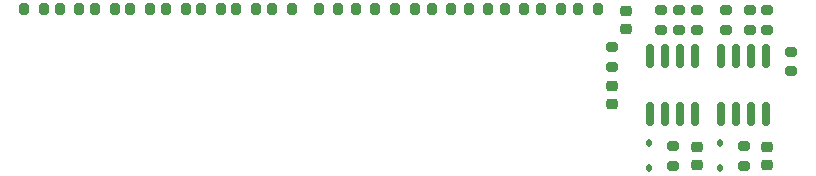
<source format=gtp>
G04 #@! TF.GenerationSoftware,KiCad,Pcbnew,7.0.1*
G04 #@! TF.CreationDate,2023-03-18T02:09:20+02:00*
G04 #@! TF.ProjectId,connector-pcb,636f6e6e-6563-4746-9f72-2d7063622e6b,rev?*
G04 #@! TF.SameCoordinates,Original*
G04 #@! TF.FileFunction,Paste,Top*
G04 #@! TF.FilePolarity,Positive*
%FSLAX46Y46*%
G04 Gerber Fmt 4.6, Leading zero omitted, Abs format (unit mm)*
G04 Created by KiCad (PCBNEW 7.0.1) date 2023-03-18 02:09:20*
%MOMM*%
%LPD*%
G01*
G04 APERTURE LIST*
G04 Aperture macros list*
%AMRoundRect*
0 Rectangle with rounded corners*
0 $1 Rounding radius*
0 $2 $3 $4 $5 $6 $7 $8 $9 X,Y pos of 4 corners*
0 Add a 4 corners polygon primitive as box body*
4,1,4,$2,$3,$4,$5,$6,$7,$8,$9,$2,$3,0*
0 Add four circle primitives for the rounded corners*
1,1,$1+$1,$2,$3*
1,1,$1+$1,$4,$5*
1,1,$1+$1,$6,$7*
1,1,$1+$1,$8,$9*
0 Add four rect primitives between the rounded corners*
20,1,$1+$1,$2,$3,$4,$5,0*
20,1,$1+$1,$4,$5,$6,$7,0*
20,1,$1+$1,$6,$7,$8,$9,0*
20,1,$1+$1,$8,$9,$2,$3,0*%
G04 Aperture macros list end*
%ADD10RoundRect,0.112500X-0.112500X0.187500X-0.112500X-0.187500X0.112500X-0.187500X0.112500X0.187500X0*%
%ADD11RoundRect,0.200000X-0.200000X-0.275000X0.200000X-0.275000X0.200000X0.275000X-0.200000X0.275000X0*%
%ADD12RoundRect,0.218750X0.256250X-0.218750X0.256250X0.218750X-0.256250X0.218750X-0.256250X-0.218750X0*%
%ADD13RoundRect,0.218750X-0.256250X0.218750X-0.256250X-0.218750X0.256250X-0.218750X0.256250X0.218750X0*%
%ADD14RoundRect,0.200000X0.275000X-0.200000X0.275000X0.200000X-0.275000X0.200000X-0.275000X-0.200000X0*%
%ADD15RoundRect,0.200000X-0.275000X0.200000X-0.275000X-0.200000X0.275000X-0.200000X0.275000X0.200000X0*%
%ADD16RoundRect,0.225000X-0.250000X0.225000X-0.250000X-0.225000X0.250000X-0.225000X0.250000X0.225000X0*%
%ADD17RoundRect,0.200000X0.200000X0.275000X-0.200000X0.275000X-0.200000X-0.275000X0.200000X-0.275000X0*%
%ADD18RoundRect,0.150000X-0.150000X0.825000X-0.150000X-0.825000X0.150000X-0.825000X0.150000X0.825000X0*%
G04 APERTURE END LIST*
D10*
G04 #@! TO.C,D2*
X121000000Y-66950000D03*
X121000000Y-69050000D03*
G04 #@! TD*
D11*
G04 #@! TO.C,R13*
X80100000Y-55600000D03*
X81750000Y-55600000D03*
G04 #@! TD*
D12*
G04 #@! TO.C,D3*
X117850000Y-63625000D03*
X117850000Y-62050000D03*
G04 #@! TD*
D13*
G04 #@! TO.C,F1*
X119000000Y-55712500D03*
X119000000Y-57287500D03*
G04 #@! TD*
D14*
G04 #@! TO.C,R8*
X123000000Y-68825000D03*
X123000000Y-67175000D03*
G04 #@! TD*
D15*
G04 #@! TO.C,R10*
X117850000Y-58800000D03*
X117850000Y-60450000D03*
G04 #@! TD*
D14*
G04 #@! TO.C,R6*
X123500000Y-57325000D03*
X123500000Y-55675000D03*
G04 #@! TD*
D11*
G04 #@! TO.C,R14*
X83075000Y-55600000D03*
X84725000Y-55600000D03*
G04 #@! TD*
D16*
G04 #@! TO.C,C2*
X125000000Y-67225000D03*
X125000000Y-68775000D03*
G04 #@! TD*
D17*
G04 #@! TO.C,R23*
X101125000Y-55600000D03*
X99475000Y-55600000D03*
G04 #@! TD*
D11*
G04 #@! TO.C,R26*
X114975000Y-55600000D03*
X116625000Y-55600000D03*
G04 #@! TD*
D15*
G04 #@! TO.C,R5*
X122000000Y-55675000D03*
X122000000Y-57325000D03*
G04 #@! TD*
D11*
G04 #@! TO.C,R16*
X96150000Y-55600000D03*
X97800000Y-55600000D03*
G04 #@! TD*
G04 #@! TO.C,R20*
X77075000Y-55600000D03*
X78725000Y-55600000D03*
G04 #@! TD*
G04 #@! TO.C,R11*
X68075000Y-55600000D03*
X69725000Y-55600000D03*
G04 #@! TD*
G04 #@! TO.C,R18*
X108775000Y-55600000D03*
X110425000Y-55600000D03*
G04 #@! TD*
D14*
G04 #@! TO.C,R4*
X129000000Y-68825000D03*
X129000000Y-67175000D03*
G04 #@! TD*
D11*
G04 #@! TO.C,R25*
X111875000Y-55600000D03*
X113525000Y-55600000D03*
G04 #@! TD*
D14*
G04 #@! TO.C,R1*
X129500000Y-57325000D03*
X129500000Y-55675000D03*
G04 #@! TD*
D11*
G04 #@! TO.C,R12*
X71075000Y-55600000D03*
X72725000Y-55600000D03*
G04 #@! TD*
G04 #@! TO.C,R17*
X105700000Y-55600000D03*
X107350000Y-55600000D03*
G04 #@! TD*
G04 #@! TO.C,R19*
X74075000Y-55600000D03*
X75725000Y-55600000D03*
G04 #@! TD*
D15*
G04 #@! TO.C,R7*
X125000000Y-55675000D03*
X125000000Y-57325000D03*
G04 #@! TD*
D11*
G04 #@! TO.C,R15*
X93000000Y-55600000D03*
X94650000Y-55600000D03*
G04 #@! TD*
G04 #@! TO.C,R21*
X86050000Y-55600000D03*
X87700000Y-55600000D03*
G04 #@! TD*
D18*
G04 #@! TO.C,U1*
X130905000Y-59525000D03*
X129635000Y-59525000D03*
X128365000Y-59525000D03*
X127095000Y-59525000D03*
X127095000Y-64475000D03*
X128365000Y-64475000D03*
X129635000Y-64475000D03*
X130905000Y-64475000D03*
G04 #@! TD*
D14*
G04 #@! TO.C,R9*
X133000000Y-60825000D03*
X133000000Y-59175000D03*
G04 #@! TD*
D10*
G04 #@! TO.C,D1*
X127000000Y-66950000D03*
X127000000Y-69050000D03*
G04 #@! TD*
D18*
G04 #@! TO.C,U2*
X124905000Y-59525000D03*
X123635000Y-59525000D03*
X122365000Y-59525000D03*
X121095000Y-59525000D03*
X121095000Y-64475000D03*
X122365000Y-64475000D03*
X123635000Y-64475000D03*
X124905000Y-64475000D03*
G04 #@! TD*
D11*
G04 #@! TO.C,R22*
X89075000Y-55600000D03*
X90725000Y-55600000D03*
G04 #@! TD*
D15*
G04 #@! TO.C,R3*
X127500000Y-55675000D03*
X127500000Y-57325000D03*
G04 #@! TD*
D17*
G04 #@! TO.C,R24*
X104225000Y-55600000D03*
X102575000Y-55600000D03*
G04 #@! TD*
D16*
G04 #@! TO.C,C1*
X131000000Y-67225000D03*
X131000000Y-68775000D03*
G04 #@! TD*
D15*
G04 #@! TO.C,R2*
X131000000Y-55675000D03*
X131000000Y-57325000D03*
G04 #@! TD*
M02*

</source>
